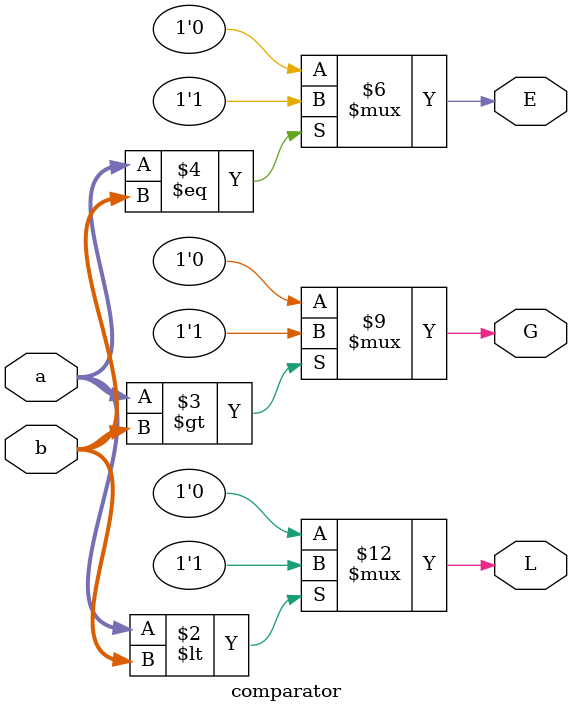
<source format=v>
`timescale 1ns / 1ps
module comparator(a,b,L,E,G);
input [1:0] a,b;
output reg L,E,G;
always@(*) begin
if(a<b)
L = 1'b1;
else
L = 1'b0;
if(a>b)
G = 1'b1;
else
G = 1'b0;
if(a==b)
E = 1'b1;
else
E = 1'b0;
end
endmodule

</source>
